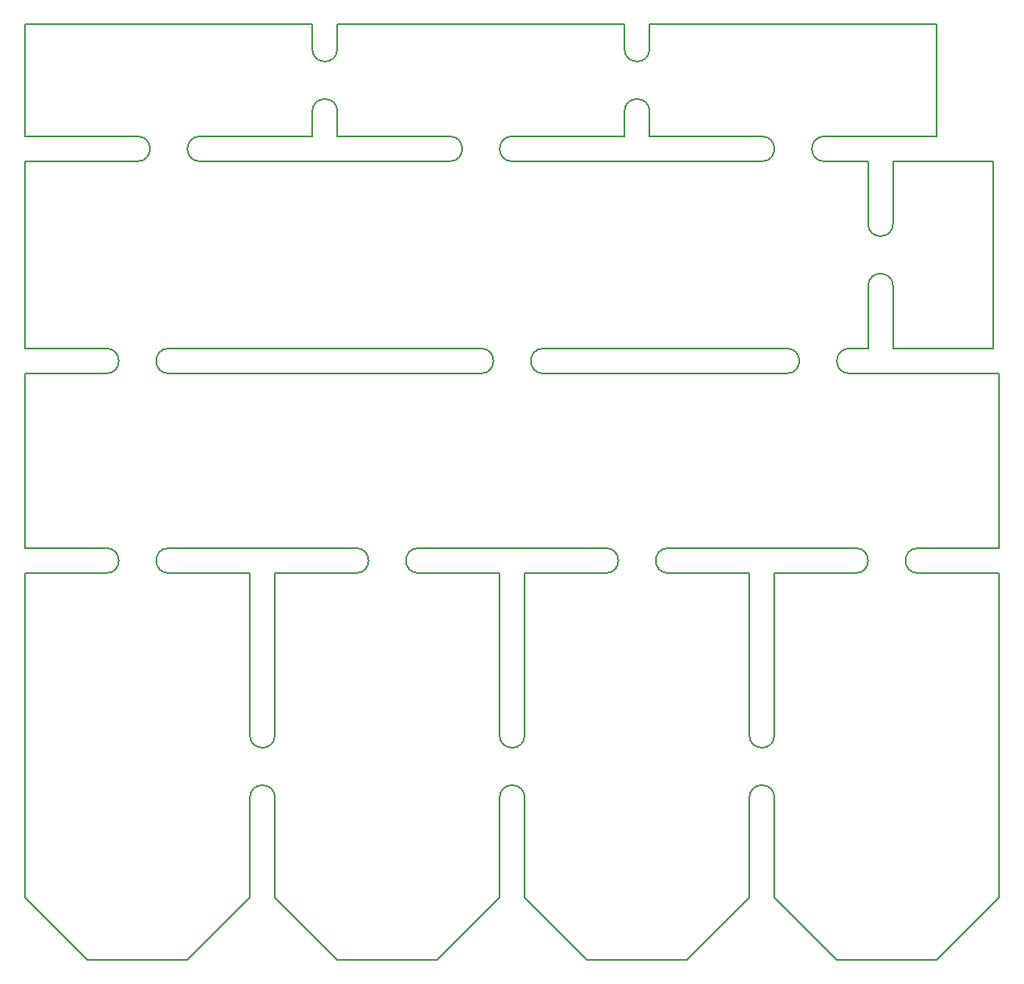
<source format=gko>
G04 #@! TF.FileFunction,Profile,NP*
%FSLAX46Y46*%
G04 Gerber Fmt 4.6, Leading zero omitted, Abs format (unit mm)*
G04 Created by KiCad (PCBNEW (2016-05-03 BZR 6266)-product) date Thu Jul 21 04:02:18 2016*
%MOMM*%
%LPD*%
G01*
G04 APERTURE LIST*
%ADD10C,0.350000*%
%ADD11C,0.150000*%
G04 APERTURE END LIST*
D10*
D11*
X151130000Y-107315000D02*
X142875000Y-107315000D01*
X155575000Y-51435000D02*
X155575000Y-53975000D01*
X153035000Y-51435000D02*
X153035000Y-53975000D01*
X135255000Y-62865000D02*
X123825000Y-62865000D01*
X153035000Y-62865000D02*
X141605000Y-62865000D01*
X153035000Y-60325000D02*
X153035000Y-62865000D01*
X155575000Y-62865000D02*
X155575000Y-60325000D01*
X167005000Y-62865000D02*
X155575000Y-62865000D01*
X184785000Y-62865000D02*
X173355000Y-62865000D01*
X123825000Y-53975000D02*
X123825000Y-51435000D01*
X121285000Y-53975000D02*
X121285000Y-51435000D01*
X123825000Y-60325000D02*
X123825000Y-62865000D01*
X121285000Y-62865000D02*
X121285000Y-60325000D01*
X109855000Y-62865000D02*
X121285000Y-62865000D01*
X92075000Y-62865000D02*
X103505000Y-62865000D01*
X173355000Y-65405000D02*
X177800000Y-65405000D01*
X167005000Y-65405000D02*
X141605000Y-65405000D01*
X109855000Y-65405000D02*
X135255000Y-65405000D01*
X92075000Y-65405000D02*
X103505000Y-65405000D01*
X123825000Y-60325000D02*
G75*
G03X121285000Y-60325000I-1270000J0D01*
G01*
X121285000Y-53975000D02*
G75*
G03X123825000Y-53975000I1270000J0D01*
G01*
X153035000Y-53975000D02*
G75*
G03X155575000Y-53975000I1270000J0D01*
G01*
X155575000Y-60325000D02*
G75*
G03X153035000Y-60325000I-1270000J0D01*
G01*
X173355000Y-62865000D02*
G75*
G03X173355000Y-65405000I0J-1270000D01*
G01*
X167005000Y-65405000D02*
G75*
G03X167005000Y-62865000I0J1270000D01*
G01*
X141605000Y-62865000D02*
G75*
G03X141605000Y-65405000I0J-1270000D01*
G01*
X135255000Y-65405000D02*
G75*
G03X135255000Y-62865000I0J1270000D01*
G01*
X109855000Y-62865000D02*
G75*
G03X109855000Y-65405000I0J-1270000D01*
G01*
X103505000Y-65405000D02*
G75*
G03X103505000Y-62865000I0J1270000D01*
G01*
X180340000Y-78105000D02*
G75*
G03X177800000Y-78105000I-1270000J0D01*
G01*
X177800000Y-71755000D02*
G75*
G03X180340000Y-71755000I1270000J0D01*
G01*
X177800000Y-65405000D02*
X177800000Y-71755000D01*
X180340000Y-71755000D02*
X180340000Y-65405000D01*
X180340000Y-78105000D02*
X180340000Y-84455000D01*
X177800000Y-84455000D02*
X177800000Y-78105000D01*
X100330000Y-86995000D02*
G75*
G03X100330000Y-84455000I0J1270000D01*
G01*
X106680000Y-84455000D02*
G75*
G03X106680000Y-86995000I0J-1270000D01*
G01*
X138430000Y-86995000D02*
G75*
G03X138430000Y-84455000I0J1270000D01*
G01*
X144780000Y-84455000D02*
G75*
G03X144780000Y-86995000I0J-1270000D01*
G01*
X169545000Y-86995000D02*
G75*
G03X169545000Y-84455000I0J1270000D01*
G01*
X175895000Y-84455000D02*
G75*
G03X175895000Y-86995000I0J-1270000D01*
G01*
X175895000Y-84455000D02*
X177800000Y-84455000D01*
X144780000Y-84455000D02*
X169545000Y-84455000D01*
X106680000Y-84455000D02*
X138430000Y-84455000D01*
X92075000Y-84455000D02*
X100330000Y-84455000D01*
X175895000Y-86995000D02*
X191135000Y-86995000D01*
X144780000Y-86995000D02*
X169545000Y-86995000D01*
X106680000Y-86995000D02*
X138430000Y-86995000D01*
X92075000Y-86995000D02*
X100330000Y-86995000D01*
X100330000Y-107315000D02*
X92075000Y-107315000D01*
X114935000Y-107315000D02*
X106680000Y-107315000D01*
X125730000Y-107315000D02*
X117475000Y-107315000D01*
X140335000Y-107315000D02*
X132080000Y-107315000D01*
X165735000Y-107315000D02*
X157480000Y-107315000D01*
X100330000Y-104775000D02*
X92075000Y-104775000D01*
X125730000Y-104775000D02*
X106680000Y-104775000D01*
X151130000Y-104775000D02*
X132080000Y-104775000D01*
X176530000Y-104775000D02*
X157480000Y-104775000D01*
X176530000Y-107315000D02*
X168275000Y-107315000D01*
X182880000Y-107315000D02*
X191135000Y-107315000D01*
X191135000Y-104775000D02*
X182880000Y-104775000D01*
X182880000Y-104775000D02*
G75*
G03X182880000Y-107315000I0J-1270000D01*
G01*
X176530000Y-107315000D02*
G75*
G03X176530000Y-104775000I0J1270000D01*
G01*
X157480000Y-104775000D02*
G75*
G03X157480000Y-107315000I0J-1270000D01*
G01*
X151130000Y-107315000D02*
G75*
G03X151130000Y-104775000I0J1270000D01*
G01*
X132080000Y-104775000D02*
G75*
G03X132080000Y-107315000I0J-1270000D01*
G01*
X125730000Y-107315000D02*
G75*
G03X125730000Y-104775000I0J1270000D01*
G01*
X100330000Y-107315000D02*
G75*
G03X100330000Y-104775000I0J1270000D01*
G01*
X106680000Y-104775000D02*
G75*
G03X106680000Y-107315000I0J-1270000D01*
G01*
X140335000Y-123825000D02*
G75*
G03X142875000Y-123825000I1270000J0D01*
G01*
X165735000Y-123825000D02*
G75*
G03X168275000Y-123825000I1270000J0D01*
G01*
X168275000Y-130175000D02*
G75*
G03X165735000Y-130175000I-1270000J0D01*
G01*
X142875000Y-130175000D02*
G75*
G03X140335000Y-130175000I-1270000J0D01*
G01*
X117475000Y-130175000D02*
G75*
G03X114935000Y-130175000I-1270000J0D01*
G01*
X114935000Y-123825000D02*
G75*
G03X117475000Y-123825000I1270000J0D01*
G01*
X140335000Y-107315000D02*
X140335000Y-123825000D01*
X142875000Y-123825000D02*
X142875000Y-107315000D01*
X165735000Y-107315000D02*
X165735000Y-123825000D01*
X168275000Y-123825000D02*
X168275000Y-107315000D01*
X168275000Y-130175000D02*
X168275000Y-140335000D01*
X165735000Y-140335000D02*
X165735000Y-130175000D01*
X142875000Y-140335000D02*
X142875000Y-130175000D01*
X140335000Y-130175000D02*
X140335000Y-140335000D01*
X117475000Y-107315000D02*
X117475000Y-123825000D01*
X114935000Y-123825000D02*
X114935000Y-107315000D01*
X117475000Y-130175000D02*
X117475000Y-140335000D01*
X114935000Y-140335000D02*
X114935000Y-130175000D01*
X184785000Y-62865000D02*
X184785000Y-51435000D01*
X184785000Y-51435000D02*
X155575000Y-51435000D01*
X121285000Y-51435000D02*
X92075000Y-51435000D01*
X92075000Y-51435000D02*
X92075000Y-62865000D01*
X142875000Y-140335000D02*
X149225000Y-146685000D01*
X165735000Y-140335000D02*
X159385000Y-146685000D01*
X159385000Y-146685000D02*
X149225000Y-146685000D01*
X191135000Y-107315000D02*
X191135000Y-140335000D01*
X184785000Y-146685000D02*
X174625000Y-146685000D01*
X191135000Y-140335000D02*
X184785000Y-146685000D01*
X168275000Y-140335000D02*
X174625000Y-146685000D01*
X117475000Y-140335000D02*
X123825000Y-146685000D01*
X140335000Y-140335000D02*
X133985000Y-146685000D01*
X133985000Y-146685000D02*
X123825000Y-146685000D01*
X92075000Y-86995000D02*
X92075000Y-104775000D01*
X191135000Y-104775000D02*
X191135000Y-86995000D01*
X92075000Y-140335000D02*
X92075000Y-107315000D01*
X108585000Y-146685000D02*
X98425000Y-146685000D01*
X114935000Y-140335000D02*
X108585000Y-146685000D01*
X92075000Y-140335000D02*
X98425000Y-146685000D01*
X92075000Y-84455000D02*
X92075000Y-65405000D01*
X190500000Y-65405000D02*
X180340000Y-65405000D01*
X190500000Y-84455000D02*
X190500000Y-65405000D01*
X180340000Y-84455000D02*
X190500000Y-84455000D01*
X153035000Y-51435000D02*
X123825000Y-51435000D01*
M02*

</source>
